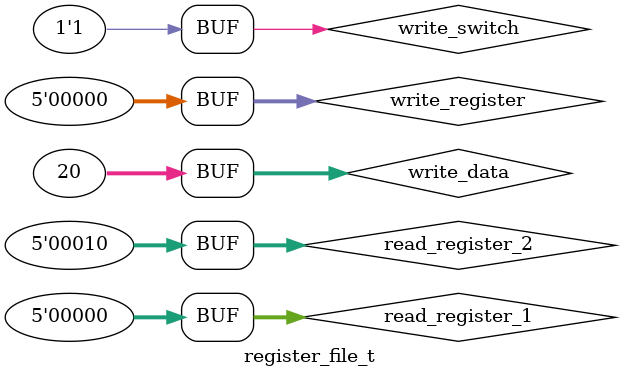
<source format=v>
`timescale 1ns/1ns
module register_file_t;
  reg [4:0]  read_register_1;
  reg [4:0]  read_register_2; 
  reg [4:0]  write_register; 
  reg        write_switch;
  reg [31:0] write_data;
  wire [31:0] data_1;
  wire [31:0] data_2;

  initial begin
	read_register_1 = 0;
	read_register_2 = 1;
	write_register = 2;
	write_switch = 0;
	#10 write_switch = 1;
	    write_data = 10;
	#10 write_switch = 0;
	    read_register_1 = 2;
	    read_register_2 = 2;
	    write_register = 0;
	    write_data = 20;
	#10 read_register_1 = 0;
	    write_switch = 1;
  end	

  register_files R1(read_register_1, read_register_2, write_register, write_switch, write_data, data_1, data_2);
  
endmodule

</source>
